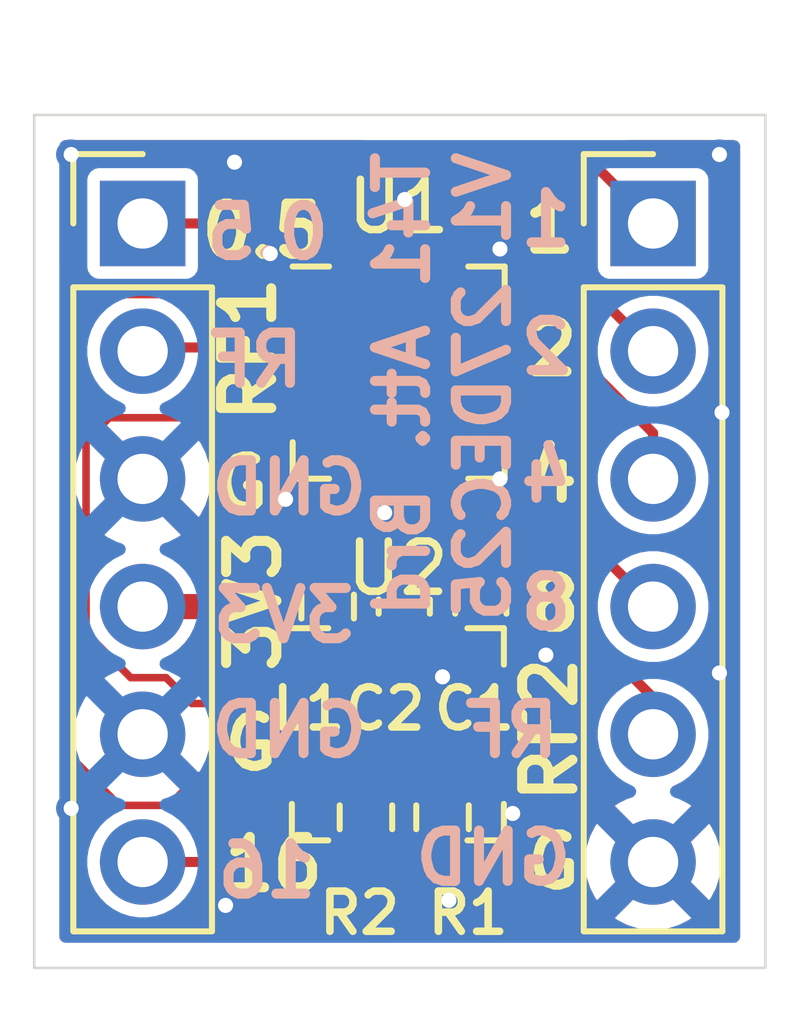
<source format=kicad_pcb>
(kicad_pcb (version 20241229) (generator "pcbnew") (generator_version "9.0")
  (layers (0 "F.Cu" signal) (2 "B.Cu" signal) (13 "F.Paste" user) (15 "B.Paste" user) (5 "F.SilkS" user "F.Silkscreen") (7 "B.SilkS" user "B.Silkscreen") (1 "F.Mask" user) (3 "B.Mask" user) (25 "Edge.Cuts" user))
  (net 0 "")
  (net 1 "+3V3")
  (net 2 "GND")
  (net 3 "/TC8")
  (net 4 "/TC16")
  (net 5 "/TC2")
  (net 6 "/TC1")
  (net 7 "Net-(J2-Pin_5)")
  (net 8 "/TC4")
  (net 9 "/TC0.5")
  (net 10 "/XDAT")
  (net 11 "/X16")
  (net 13 "Net-(J1-Pin_2)")
  (net 14 "Net-(U1-LE)")
  (net 15 "Net-(U1-RF2)")
  (net 18 "/TCB")
  (footprint "Resistor_SMD:R_0603_1608Metric" (layer "F.Cu") (at 87.503 71.12 90)
    (property "Reference" "L1" (at -2.032 -0.381 0) (layer "F.SilkS") (effects (font (size 0.8 0.8))))
    (property "Value" "FB")
    (fp_line (start -0.237258 -0.5225) (end 0.237258 -0.5225) (stroke (width 0.12)) (layer "F.SilkS"))
    (fp_line (start -0.237258 0.5225) (end 0.237258 0.5225) (stroke (width 0.12)) (layer "F.SilkS"))
    (pad "1" smd roundrect (at -0.825 0 90) (size 0.8 0.95) (layers "F.Cu" "F.Mask" "F.Paste") (net 1 "+3V3"))
    (pad "2" smd roundrect (at 0.825 0 90) (size 0.8 0.95) (layers "F.Cu" "F.Mask" "F.Paste") (net 14 "Net-(U1-LE)"))
  )
  (footprint "Connector_PinHeader_2.54mm:PinHeader_1x06_P2.54mm_Vertical" (layer "F.Cu") (at 83.82 63.5)
    (property "Reference" "J1" (hide yes))
    (property "Value" "Conn 1")
    (fp_line (start -1.38 -1.38) (end 0 -1.38) (stroke (width 0.12)) (layer "F.SilkS"))
    (fp_line (start -1.38 0) (end -1.38 -1.38) (stroke (width 0.12)) (layer "F.SilkS"))
    (fp_line (start -1.38 1.27) (end -1.38 14.08) (stroke (width 0.12)) (layer "F.SilkS"))
    (fp_line (start -1.38 1.27) (end 1.38 1.27) (stroke (width 0.12)) (layer "F.SilkS"))
    (fp_line (start -1.38 14.08) (end 1.38 14.08) (stroke (width 0.12)) (layer "F.SilkS"))
    (fp_line (start 1.38 1.27) (end 1.38 14.08) (stroke (width 0.12)) (layer "F.SilkS"))
    (pad "1" thru_hole rect (at 0 0) (size 1.7 1.7) (drill 1) (layers "*.Cu" "*.Mask") (net 9 "/TC0.5"))
    (pad "2" thru_hole circle (at 0 2.54) (size 1.7 1.7) (drill 1) (layers "*.Cu" "*.Mask") (net 13 "Net-(J1-Pin_2)"))
    (pad "3" thru_hole circle (at 0 5.08) (size 1.7 1.7) (drill 1) (layers "*.Cu" "*.Mask") (net 2 "GND"))
    (pad "4" thru_hole circle (at 0 7.62) (size 1.7 1.7) (drill 1) (layers "*.Cu" "*.Mask") (net 1 "+3V3"))
    (pad "5" thru_hole circle (at 0 10.16) (size 1.7 1.7) (drill 1) (layers "*.Cu" "*.Mask") (net 2 "GND"))
    (pad "6" thru_hole circle (at 0 12.7) (size 1.7 1.7) (drill 1) (layers "*.Cu" "*.Mask") (net 4 "/TC16"))
  )
  (footprint "Connector_PinHeader_2.54mm:PinHeader_1x06_P2.54mm_Vertical" (layer "F.Cu") (at 93.98 63.5)
    (property "Reference" "J2" (hide yes))
    (property "Value" "Conn 2")
    (fp_line (start -1.38 -1.38) (end 0 -1.379999) (stroke (width 0.12)) (layer "F.SilkS"))
    (fp_line (start -1.38 1.27) (end -1.38 14.08) (stroke (width 0.12)) (layer "F.SilkS"))
    (fp_line (start -1.38 1.27) (end 1.38 1.27) (stroke (width 0.12)) (layer "F.SilkS"))
    (fp_line (start -1.38 14.08) (end 1.38 14.08) (stroke (width 0.12)) (layer "F.SilkS"))
    (fp_line (start -1.379999 0) (end -1.38 -1.38) (stroke (width 0.12)) (layer "F.SilkS"))
    (fp_line (start 1.38 1.27) (end 1.38 14.08) (stroke (width 0.12)) (layer "F.SilkS"))
    (pad "1" thru_hole rect (at 0 0) (size 1.7 1.7) (drill 1) (layers "*.Cu" "*.Mask") (net 6 "/TC1"))
    (pad "2" thru_hole circle (at 0 2.54) (size 1.7 1.7) (drill 1) (layers "*.Cu" "*.Mask") (net 5 "/TC2"))
    (pad "3" thru_hole circle (at 0 5.079999) (size 1.7 1.7) (drill 1) (layers "*.Cu" "*.Mask") (net 8 "/TC4"))
    (pad "4" thru_hole circle (at 0 7.62) (size 1.7 1.7) (drill 1) (layers "*.Cu" "*.Mask") (net 3 "/TC8"))
    (pad "5" thru_hole circle (at 0 10.16) (size 1.7 1.7) (drill 1) (layers "*.Cu" "*.Mask") (net 7 "Net-(J2-Pin_5)"))
    (pad "6" thru_hole circle (at 0 12.7) (size 1.7 1.7) (drill 1) (layers "*.Cu" "*.Mask") (net 2 "GND"))
  )
  (footprint "Resistor_SMD:R_0603_1608Metric" (layer "F.Cu") (at 88.265 75.311 -90)
    (property "Reference" "R2" (at 1.905 0.127 180) (layer "F.SilkS") (effects (font (size 0.8 0.8))))
    (property "Value" "10k")
    (fp_line (start -0.237258 0.5225) (end 0.237258 0.5225) (stroke (width 0.12)) (layer "F.SilkS"))
    (fp_line (start -0.237258 -0.5225) (end 0.237258 -0.5225) (stroke (width 0.12)) (layer "F.SilkS"))
    (pad "1" smd roundrect (at -0.825 0 270) (size 0.8 0.95) (layers "F.Cu" "F.Mask" "F.Paste") (net 11 "/X16"))
    (pad "2" smd roundrect (at 0.825 0 270) (size 0.8 0.95) (layers "F.Cu" "F.Mask" "F.Paste") (net 4 "/TC16"))
  )
  (footprint "T41_Library:PE4312-QFN-20" (layer "F.Cu") (at 88.9 73.66)
    (property "Reference" "U2" (at 0 -3.3 0) (layer "F.SilkS"))
    (property "Value" "PE4312")
    (fp_line (start -2.11 2.11) (end -2.11 1.385) (stroke (width 0.12)) (layer "F.SilkS"))
    (fp_line (start -1.385 -2.11) (end -2.11 -2.11) (stroke (width 0.12)) (layer "F.SilkS"))
    (fp_line (start -1.385 2.11) (end -2.11 2.11) (stroke (width 0.12)) (layer "F.SilkS"))
    (fp_line (start 1.385 -2.11) (end 2.11 -2.11) (stroke (width 0.12)) (layer "F.SilkS"))
    (fp_line (start 1.385 2.11) (end 2.11 2.11) (stroke (width 0.12)) (layer "F.SilkS"))
    (fp_line (start 2.11 -2.11) (end 2.11 -1.385) (stroke (width 0.12)) (layer "F.SilkS"))
    (fp_line (start 2.11 2.11) (end 2.11 1.385) (stroke (width 0.12)) (layer "F.SilkS"))
    (pad "1" smd roundrect (at -1.95 -1) (size 0.8 0.25) (layers "F.Cu" "F.Mask" "F.Paste") (net 11 "/X16"))
    (pad "2" smd roundrect (at -1.95 -0.5) (size 0.8 0.25) (layers "F.Cu" "F.Mask" "F.Paste") (net 15 "Net-(U1-RF2)"))
    (pad "3" smd roundrect (at -1.95 0) (size 0.8 0.25) (layers "F.Cu" "F.Mask" "F.Paste") (net 10 "/XDAT"))
    (pad "4" smd roundrect (at -1.95 0.5) (size 0.8 0.25) (layers "F.Cu" "F.Mask" "F.Paste"))
    (pad "5" smd roundrect (at -1.95 1) (size 0.8 0.25) (layers "F.Cu" "F.Mask" "F.Paste") (net 14 "Net-(U1-LE)"))
    (pad "6" smd roundrect (at -1 1.95) (size 0.25 0.8) (layers "F.Cu" "F.Mask" "F.Paste") (net 14 "Net-(U1-LE)"))
    (pad "7" smd roundrect (at -0.5 1.95) (size 0.25 0.8) (layers "F.Cu" "F.Mask" "F.Paste") (net 2 "GND"))
    (pad "8" smd roundrect (at 0 1.95) (size 0.25 0.8) (layers "F.Cu" "F.Mask" "F.Paste") (net 2 "GND"))
    (pad "9" smd roundrect (at 0.5 1.95) (size 0.25 0.8) (layers "F.Cu" "F.Mask" "F.Paste") (net 14 "Net-(U1-LE)"))
    (pad "10" smd roundrect (at 1 1.95) (size 0.25 0.8) (layers "F.Cu" "F.Mask" "F.Paste") (net 2 "GND"))
    (pad "11" smd roundrect (at 1.95 1) (size 0.8 0.25) (layers "F.Cu" "F.Mask" "F.Paste") (net 2 "GND"))
    (pad "12" smd roundrect (at 1.95 0.5) (size 0.8 0.25) (layers "F.Cu" "F.Mask" "F.Paste") (net 2 "GND"))
    (pad "13" smd roundrect (at 1.95 0) (size 0.8 0.25) (layers "F.Cu" "F.Mask" "F.Paste") (net 2 "GND"))
    (pad "14" smd roundrect (at 1.95 -0.5) (size 0.8 0.25) (layers "F.Cu" "F.Mask" "F.Paste") (net 7 "Net-(J2-Pin_5)"))
    (pad "15" smd roundrect (at 1.95 -1) (size 0.8 0.25) (layers "F.Cu" "F.Mask" "F.Paste") (net 18 "/TCB"))
    (pad "16" smd roundrect (at 1 -1.95) (size 0.25 0.8) (layers "F.Cu" "F.Mask" "F.Paste") (net 8 "/TC4"))
    (pad "17" smd roundrect (at 0.5 -1.95) (size 0.25 0.8) (layers "F.Cu" "F.Mask" "F.Paste") (net 5 "/TC2"))
    (pad "18" smd roundrect (at 0 -1.95) (size 0.25 0.8) (layers "F.Cu" "F.Mask" "F.Paste") (net 2 "GND"))
    (pad "19" smd roundrect (at -0.5 -1.95) (size 0.25 0.8) (layers "F.Cu" "F.Mask" "F.Paste") (net 6 "/TC1"))
    (pad "20" smd roundrect (at -1 -1.95) (size 0.25 0.8) (layers "F.Cu" "F.Mask" "F.Paste") (net 9 "/TC0.5"))
    (pad "21" smd rect (at 0 0) (size 2.2 2.2) (layers "F.Cu" "F.Mask"))
  )
  (footprint "T41_Library:PE4312-QFN-20" (layer "F.Cu") (at 88.916 66.466)
    (property "Reference" "U1" (at 0 -3.3 0) (layer "F.SilkS"))
    (property "Value" "PE4312")
    (fp_line (start -2.11 2.11) (end -2.11 1.385) (stroke (width 0.12)) (layer "F.SilkS"))
    (fp_line (start -1.385 -2.11) (end -2.11 -2.11) (stroke (width 0.12)) (layer "F.SilkS"))
    (fp_line (start -1.385 2.11) (end -2.11 2.11) (stroke (width 0.12)) (layer "F.SilkS"))
    (fp_line (start 1.385 -2.11) (end 2.11 -2.11) (stroke (width 0.12)) (layer "F.SilkS"))
    (fp_line (start 1.385 2.11) (end 2.11 2.11) (stroke (width 0.12)) (layer "F.SilkS"))
    (fp_line (start 2.11 -2.11) (end 2.11 -1.385) (stroke (width 0.12)) (layer "F.SilkS"))
    (fp_line (start 2.11 2.11) (end 2.11 1.385) (stroke (width 0.12)) (layer "F.SilkS"))
    (pad "1" smd roundrect (at -1.95 -1) (size 0.8 0.25) (layers "F.Cu" "F.Mask" "F.Paste") (net 11 "/X16"))
    (pad "2" smd roundrect (at -1.95 -0.5) (size 0.8 0.25) (layers "F.Cu" "F.Mask" "F.Paste") (net 13 "Net-(J1-Pin_2)"))
    (pad "3" smd roundrect (at -1.95 0) (size 0.8 0.25) (layers "F.Cu" "F.Mask" "F.Paste") (net 10 "/XDAT"))
    (pad "4" smd roundrect (at -1.95 0.5) (size 0.8 0.25) (layers "F.Cu" "F.Mask" "F.Paste"))
    (pad "5" smd roundrect (at -1.95 1) (size 0.8 0.25) (layers "F.Cu" "F.Mask" "F.Paste") (net 14 "Net-(U1-LE)"))
    (pad "6" smd roundrect (at -1 1.95) (size 0.25 0.8) (layers "F.Cu" "F.Mask" "F.Paste") (net 14 "Net-(U1-LE)"))
    (pad "7" smd roundrect (at -0.5 1.95) (size 0.25 0.8) (layers "F.Cu" "F.Mask" "F.Paste") (net 2 "GND"))
    (pad "8" smd roundrect (at 0 1.95) (size 0.25 0.8) (layers "F.Cu" "F.Mask" "F.Paste") (net 2 "GND"))
    (pad "9" smd roundrect (at 0.5 1.95) (size 0.25 0.8) (layers "F.Cu" "F.Mask" "F.Paste") (net 14 "Net-(U1-LE)"))
    (pad "10" smd roundrect (at 1 1.95) (size 0.25 0.8) (layers "F.Cu" "F.Mask" "F.Paste") (net 2 "GND"))
    (pad "11" smd roundrect (at 1.95 1) (size 0.8 0.25) (layers "F.Cu" "F.Mask" "F.Paste") (net 2 "GND"))
    (pad "12" smd roundrect (at 1.95 0.5) (size 0.8 0.25) (layers "F.Cu" "F.Mask" "F.Paste") (net 2 "GND"))
    (pad "13" smd roundrect (at 1.95 0) (size 0.8 0.25) (layers "F.Cu" "F.Mask" "F.Paste") (net 2 "GND"))
    (pad "14" smd roundrect (at 1.95 -0.5) (size 0.8 0.25) (layers "F.Cu" "F.Mask" "F.Paste") (net 15 "Net-(U1-RF2)"))
    (pad "15" smd roundrect (at 1.95 -1) (size 0.8 0.25) (layers "F.Cu" "F.Mask" "F.Paste") (net 3 "/TC8"))
    (pad "16" smd roundrect (at 1 -1.95) (size 0.25 0.8) (layers "F.Cu" "F.Mask" "F.Paste") (net 8 "/TC4"))
    (pad "17" smd roundrect (at 0.5 -1.95) (size 0.25 0.8) (layers "F.Cu" "F.Mask" "F.Paste") (net 5 "/TC2"))
    (pad "18" smd roundrect (at 0 -1.95) (size 0.25 0.8) (layers "F.Cu" "F.Mask" "F.Paste") (net 2 "GND"))
    (pad "19" smd roundrect (at -0.5 -1.95) (size 0.25 0.8) (layers "F.Cu" "F.Mask" "F.Paste") (net 6 "/TC1"))
    (pad "20" smd roundrect (at -1 -1.95) (size 0.25 0.8) (layers "F.Cu" "F.Mask" "F.Paste") (net 9 "/TC0.5"))
    (pad "21" smd rect (at 0 0) (size 2.2 2.2) (layers "F.Cu" "F.Mask") (net 2 "GND"))
  )
  (footprint "Capacitor_SMD:C_0603_1608Metric" (layer "F.Cu") (at 89.027 71.12 90)
    (property "Reference" "C2" (at -2.032 -0.381 180) (layer "F.SilkS") (effects (font (size 0.8 0.8))))
    (property "Value" "10uF 50V")
    (fp_line (start -0.140581 -0.51) (end 0.140581 -0.51) (stroke (width 0.12)) (layer "F.SilkS"))
    (fp_line (start -0.140581 0.51) (end 0.140581 0.51) (stroke (width 0.12)) (layer "F.SilkS"))
    (pad "1" smd roundrect (at -0.775 0 90) (size 0.9 0.95) (layers "F.Cu" "F.Mask" "F.Paste") (net 2 "GND"))
    (pad "2" smd roundrect (at 0.775 0 90) (size 0.9 0.95) (layers "F.Cu" "F.Mask" "F.Paste") (net 14 "Net-(U1-LE)"))
  )
  (footprint "Capacitor_SMD:C_0603_1608Metric" (layer "F.Cu") (at 90.551 71.12 90)
    (property "Reference" "C1" (at -2.032 -0.127 180) (layer "F.SilkS") (effects (font (size 0.8 0.8))))
    (property "Value" "0.1uF 50V")
    (fp_line (start -0.140581 -0.51) (end 0.140581 -0.51) (stroke (width 0.12)) (layer "F.SilkS"))
    (fp_line (start -0.140581 0.51) (end 0.140581 0.51) (stroke (width 0.12)) (layer "F.SilkS"))
    (pad "1" smd roundrect (at -0.775 0 90) (size 0.9 0.95) (layers "F.Cu" "F.Mask" "F.Paste") (net 2 "GND"))
    (pad "2" smd roundrect (at 0.775 0 90) (size 0.9 0.95) (layers "F.Cu" "F.Mask" "F.Paste") (net 14 "Net-(U1-LE)"))
  )
  (footprint "Resistor_SMD:R_0603_1608Metric" (layer "F.Cu") (at 89.789 75.311 90)
    (property "Reference" "R1" (at -1.905 0.508 180) (layer "F.SilkS") (effects (font (size 0.8 0.8))))
    (property "Value" "10k")
    (fp_line (start -0.237258 -0.5225) (end 0.237258 -0.5225) (stroke (width 0.12)) (layer "F.SilkS"))
    (fp_line (start -0.237258 0.5225) (end 0.237258 0.5225) (stroke (width 0.12)) (layer "F.SilkS"))
    (pad "1" smd roundrect (at -0.825 0 90) (size 0.8 0.95) (layers "F.Cu" "F.Mask" "F.Paste") (net 2 "GND"))
    (pad "2" smd roundrect (at 0.825 0 90) (size 0.8 0.95) (layers "F.Cu" "F.Mask" "F.Paste") (net 10 "/XDAT"))
  )
  (gr_rect (start 81.661 61.341) (end 96.2152 78.3082) (stroke (width 0.05)) (fill no) (layer "Edge.Cuts"))
  (gr_text "4" (at 91.3638 69.088 0) (layer "F.SilkS") (effects (font (size 1 1) (thickness 0.2) (bold yes)) (justify left bottom)))
  (gr_text "G" (at 85.344 74.422 0) (layer "F.SilkS") (effects (font (size 1 1) (thickness 0.2) (bold yes)) (justify left bottom)))
  (gr_text "RF2" (at 92.5068 75.1078 90) (layer "F.SilkS") (effects (font (size 1 1) (thickness 0.2) (bold yes)) (justify left bottom)))
  (gr_text "0.5" (at 84.8868 64.2366 0) (layer "F.SilkS") (effects (font (size 1 1) (thickness 0.2) (bold yes)) (justify left bottom)))
  (gr_text "3V3" (at 86.614 72.517 90) (layer "F.SilkS") (effects (font (size 1 1) (thickness 0.2) (bold yes)) (justify left bottom)))
  (gr_text "G" (at 91.3638 76.7842 0) (layer "F.SilkS") (effects (font (size 1 1) (thickness 0.2) (bold yes)) (justify left bottom)))
  (gr_text "2" (at 91.3638 66.5734 0) (layer "F.SilkS") (effects (font (size 1 1) (thickness 0.2) (bold yes)) (justify left bottom)))
  (gr_text "8" (at 91.4146 71.6534 0) (layer "F.SilkS") (effects (font (size 1 1) (thickness 0.2) (bold yes)) (justify left bottom)))
  (gr_text "1" (at 91.313 64.135 0) (layer "F.SilkS") (effects (font (size 1 1) (thickness 0.2) (bold yes)) (justify left bottom)))
  (gr_text "16" (at 85.344 76.835 0) (layer "F.SilkS") (effects (font (size 1 1) (thickness 0.2) (bold yes)) (justify left bottom)))
  (gr_text "G" (at 85.1662 69.2658 0) (layer "F.SilkS") (effects (font (size 1 1) (thickness 0.2) (bold yes)) (justify left bottom)))
  (gr_text "RF1" (at 86.5124 67.5386 90) (layer "F.SilkS") (effects (font (size 1 1) (thickness 0.2) (bold yes)) (justify left bottom)))
  (gr_text "T41 Att. Brd\nV1 27DEC25" (at 91.186 61.976 90) (layer "B.SilkS") (effects (font (size 1 1) (thickness 0.2) (bold yes)) (justify left bottom mirror)))
  (gr_text "RF" (at 92.202 74.168 0) (layer "B.SilkS") (effects (font (size 1 1) (thickness 0.2) (bold yes)) (justify left bottom mirror)))
  (gr_text "GND" (at 88.392 69.342 0) (layer "B.SilkS") (effects (font (size 1 1) (thickness 0.2) (bold yes)) (justify left bottom mirror)))
  (gr_text "GND" (at 92.456 76.708 0) (layer "B.SilkS") (effects (font (size 1 1) (thickness 0.2) (bold yes)) (justify left bottom mirror)))
  (gr_text "4" (at 92.456 69.088 0) (layer "B.SilkS") (effects (font (size 1 1) (thickness 0.2) (bold yes)) (justify left bottom mirror)))
  (gr_text "2" (at 92.456 66.548 0) (layer "B.SilkS") (effects (font (size 1 1) (thickness 0.2) (bold yes)) (justify left bottom mirror)))
  (gr_text "3V3" (at 88.138 71.882 0) (layer "B.SilkS") (effects (font (size 1 1) (thickness 0.2) (bold yes)) (justify left bottom mirror)))
  (gr_text "8" (at 92.456 71.628 0) (layer "B.SilkS") (effects (font (size 1 1) (thickness 0.2) (bold yes)) (justify left bottom mirror)))
  (gr_text "RF" (at 87.122 66.802 0) (layer "B.SilkS") (effects (font (size 1 1) (thickness 0.2) (bold yes)) (justify left bottom mirror)))
  (gr_text "16" (at 87.376 76.962 0) (layer "B.SilkS") (effects (font (size 1 1) (thickness 0.2) (bold yes)) (justify left bottom mirror)))
  (gr_text "0.5" (at 87.63 64.262 0) (layer "B.SilkS") (effects (font (size 1 1) (thickness 0.2) (bold yes)) (justify left bottom mirror)))
  (gr_text "1" (at 92.456 64.008 0) (layer "B.SilkS") (effects (font (size 1 1) (thickness 0.2) (bold yes)) (justify left bottom mirror)))
  (gr_text "GND" (at 88.392 74.168 0) (layer "B.SilkS") (effects (font (size 1 1) (thickness 0.2) (bold yes)) (justify left bottom mirror)))
  (segment (start 86.678 71.12) (end 87.503 71.945) (width 0.5) (layer "F.Cu") (net 1))
  (segment (start 83.82 71.12) (end 86.678 71.12) (width 0.5) (layer "F.Cu") (net 1))
  (segment (start 90.866 67.466) (end 90.866 68.514) (width 0.2) (layer "F.Cu") (net 2))
  (segment (start 88.916 68.974164) (end 88.637393 69.252771) (width 0.2) (layer "F.Cu") (net 2))
  (segment (start 90.411 71.895) (end 89.789 72.517) (width 0.2) (layer "F.Cu") (net 2))
  (segment (start 88.916 66.466) (end 86.55 64.1) (width 0.2) (layer "F.Cu") (net 2))
  (segment (start 88.916 66.466) (end 90.932 64.45) (width 0.2) (layer "F.Cu") (net 2))
  (segment (start 86.55 64.1) (end 86.36 64.1) (width 0.2) (layer "F.Cu") (net 2))
  (segment (start 89.789 76.835) (end 89.916 76.962) (width 0.2) (layer "F.Cu") (net 2))
  (segment (start 88.916 64.516) (end 88.916 63.143471) (width 0.2) (layer "F.Cu") (net 2))
  (segment (start 90.866 66.466) (end 90.866 67.466) (width 0.2) (layer "F.Cu") (net 2))
  (segment (start 89.027 71.895) (end 89.167 71.895) (width 0.2) (layer "F.Cu") (net 2))
  (segment (start 88.916 63.143471) (end 89.036171 63.0233) (width 0.2) (layer "F.Cu") (net 2))
  (segment (start 88.416 69.031378) (end 88.637393 69.252771) (width 0.2) (layer "F.Cu") (net 2))
  (segment (start 90.768 68.416) (end 90.932 68.58) (width 0.2) (layer "F.Cu") (net 2))
  (segment (start 89.789 76.136) (end 89.789 76.835) (width 0.2) (layer "F.Cu") (net 2))
  (segment (start 90.866 68.514) (end 90.932 68.58) (width 0.2) (layer "F.Cu") (net 2))
  (segment (start 88.416 68.416) (end 88.416 69.031378) (width 0.2) (layer "F.Cu") (net 2))
  (segment (start 89.167 71.895) (end 89.789 72.517) (width 0.2) (layer "F.Cu") (net 2))
  (segment (start 90.932 64.45) (end 90.932 64.008) (width 0.2) (layer "F.Cu") (net 2))
  (segment (start 88.916 66.564) (end 90.932 68.58) (width 0.2) (layer "F.Cu") (net 2))
  (segment (start 90.551 71.895) (end 90.411 71.895) (width 0.2) (layer "F.Cu") (net 2))
  (segment (start 90.866 66.466) (end 90.866 68.514) (width 0.2) (layer "F.Cu") (net 2))
  (segment (start 88.916 66.466) (end 88.916 66.564) (width 0.2) (layer "F.Cu") (net 2))
  (segment (start 88.916 68.416) (end 88.916 68.974164) (width 0.2) (layer "F.Cu") (net 2))
  (segment (start 89.027 71.895) (end 90.551 71.895) (width 0.2) (layer "F.Cu") (net 2))
  (segment (start 89.916 68.416) (end 90.768 68.416) (width 0.2) (layer "F.Cu") (net 2))
  (via (at 91.8464 72.0852) (size 0.6) (drill 0.3) (layers "F.Cu" "B.Cu") (net 2))
  (via (at 95.3008 72.4408) (size 0.6) (drill 0.3) (layers "F.Cu" "B.Cu") (net 2))
  (via (at 85.471 77.0636) (size 0.6) (drill 0.3) (layers "F.Cu" "B.Cu") (net 2))
  (via (at 85.6488 62.2808) (size 0.6) (drill 0.3) (layers "F.Cu" "B.Cu") (net 2))
  (via (at 89.916 76.962) (size 0.6) (drill 0.3) (layers "F.Cu" "B.Cu") (net 2))
  (via (at 95.3008 62.1284) (size 0.6) (drill 0.3) (layers "F.Cu" "B.Cu") (net 2))
  (via (at 91.186 75.2348) (size 0.6) (drill 0.3) (layers "F.Cu" "B.Cu") (net 2))
  (via (at 89.036171 63.0233) (size 0.6) (drill 0.3) (layers "F.Cu" "B.Cu") (net 2))
  (via (at 86.36 64.1) (size 0.6) (drill 0.3) (layers "F.Cu" "B.Cu") (net 2))
  (via (at 90.932 64.008) (size 0.6) (drill 0.3) (layers "F.Cu" "B.Cu") (net 2))
  (via (at 86.6648 68.9864) (size 0.6) (drill 0.3) (layers "F.Cu" "B.Cu") (net 2))
  (via (at 95.3516 67.2592) (size 0.6) (drill 0.3) (layers "F.Cu" "B.Cu") (net 2))
  (via (at 89.789 72.517) (size 0.6) (drill 0.3) (layers "F.Cu" "B.Cu") (net 2))
  (via (at 82.3976 75.1332) (size 0.6) (drill 0.3) (layers "F.Cu" "B.Cu") (net 2))
  (via (at 90.932 68.58) (size 0.6) (drill 0.3) (layers "F.Cu" "B.Cu") (net 2))
  (via (at 82.3976 62.1284) (size 0.6) (drill 0.3) (layers "F.Cu" "B.Cu") (net 2))
  (via (at 88.637393 69.252771) (size 0.6) (drill 0.3) (layers "F.Cu" "B.Cu") (net 2))
  (segment (start 90.866 65.466) (end 91.348898 65.466) (width 0.2) (layer "F.Cu") (net 3))
  (segment (start 92.456 69.596) (end 93.98 71.12) (width 0.2) (layer "F.Cu") (net 3))
  (segment (start 92.095 66.695) (end 92.456 67.056) (width 0.2) (layer "F.Cu") (net 3))
  (segment (start 91.348898 65.466) (end 92.095 66.212102) (width 0.2) (layer "F.Cu") (net 3))
  (segment (start 92.456 67.056) (end 92.456 69.596) (width 0.2) (layer "F.Cu") (net 3))
  (segment (start 92.095 66.212102) (end 92.095 66.695) (width 0.2) (layer "F.Cu") (net 3))
  (segment (start 87.439 76.2) (end 87.503 76.136) (width 0.2) (layer "F.Cu") (net 4))
  (segment (start 87.503 76.136) (end 88.265 76.136) (width 0.2) (layer "F.Cu") (net 4))
  (segment (start 83.82 76.2) (end 87.439 76.2) (width 0.2) (layer "F.Cu") (net 4))
  (segment (start 92.202 63.5) (end 92.202 64.262) (width 0.2) (layer "F.Cu") (net 5))
  (segment (start 91.694 62.992) (end 92.202 63.5) (width 0.2) (layer "F.Cu") (net 5))
  (segment (start 92.202 64.262) (end 93.98 66.04) (width 0.2) (layer "F.Cu") (net 5))
  (segment (start 89.416 63.492) (end 89.916 62.992) (width 0.2) (layer "F.Cu") (net 5))
  (segment (start 89.416 64.516) (end 89.416 63.492) (width 0.2) (layer "F.Cu") (net 5))
  (segment (start 89.916 62.992) (end 91.694 62.992) (width 0.2) (layer "F.Cu") (net 5))
  (segment (start 88.416 64.516) (end 88.416 62.793528) (width 0.2) (layer "F.Cu") (net 6))
  (segment (start 92.9023 62.4223) (end 93.98 63.5) (width 0.2) (layer "F.Cu") (net 6))
  (segment (start 88.416 62.793528) (end 88.787228 62.4223) (width 0.2) (layer "F.Cu") (net 6))
  (segment (start 88.787228 62.4223) (end 92.9023 62.4223) (width 0.2) (layer "F.Cu") (net 6))
  (segment (start 91.281798 65.966) (end 91.694 66.378202) (width 0.2) (layer "F.Cu") (net 7))
  (segment (start 91.694 66.378202) (end 91.694 70.64389) (width 0.2) (layer "F.Cu") (net 7))
  (segment (start 91.694 70.64389) (end 93.98 72.92989) (width 0.2) (layer "F.Cu") (net 7))
  (segment (start 90.866 65.966) (end 91.281798 65.966) (width 0.2) (layer "F.Cu") (net 7))
  (segment (start 93.98 72.92989) (end 93.98 73.66) (width 0.2) (layer "F.Cu") (net 7))
  (segment (start 90.531 63.393) (end 91.333 63.393) (width 0.2) (layer "F.Cu") (net 8))
  (segment (start 91.694 63.754) (end 91.694 64.516) (width 0.2) (layer "F.Cu") (net 8))
  (segment (start 91.333 63.393) (end 91.694 63.754) (width 0.2) (layer "F.Cu") (net 8))
  (segment (start 91.694 64.516) (end 92.71 65.532) (width 0.2) (layer "F.Cu") (net 8))
  (segment (start 93.98 67.66776) (end 93.98 68.579999) (width 0.2) (layer "F.Cu") (net 8))
  (segment (start 92.71 65.532) (end 92.71 66.39776) (width 0.2) (layer "F.Cu") (net 8))
  (segment (start 89.916 64.516) (end 89.916 64.008) (width 0.2) (layer "F.Cu") (net 8))
  (segment (start 92.71 66.39776) (end 93.98 67.66776) (width 0.2) (layer "F.Cu") (net 8))
  (segment (start 89.916 64.008) (end 90.531 63.393) (width 0.2) (layer "F.Cu") (net 8))
  (segment (start 86.9 63.5) (end 87.916 64.516) (width 0.2) (layer "F.Cu") (net 9))
  (segment (start 83.82 63.5) (end 86.9 63.5) (width 0.2) (layer "F.Cu") (net 9))
  (segment (start 82.694 71.645) (end 82.694 67.825595) (width 0.15) (layer "F.Cu") (net 10))
  (segment (start 89.789 73.724) (end 89.113 73.048) (width 0.15) (layer "F.Cu") (net 10))
  (segment (start 82.694 67.825595) (end 83.155923 67.363672) (width 0.15) (layer "F.Cu") (net 10))
  (segment (start 83.583 72.534) (end 82.694 71.645) (width 0.15) (layer "F.Cu") (net 10))
  (segment (start 89.789 73.724) (end 89.789 74.486) (width 0.15) (layer "F.Cu") (net 10))
  (segment (start 85.687884 67.363672) (end 86.585556 66.466) (width 0.15) (layer "F.Cu") (net 10))
  (segment (start 86.585556 66.466) (end 86.966 66.466) (width 0.15) (layer "F.Cu") (net 10))
  (segment (start 84.800405 73.048) (end 84.286405 72.534) (width 0.15) (layer "F.Cu") (net 10))
  (segment (start 84.286405 72.534) (end 83.583 72.534) (width 0.15) (layer "F.Cu") (net 10))
  (segment (start 83.155923 67.363672) (end 85.687884 67.363672) (width 0.15) (layer "F.Cu") (net 10))
  (segment (start 89.113 73.048) (end 84.800405 73.048) (width 0.15) (layer "F.Cu") (net 10))
  (segment (start 84.933 74.486) (end 88.265 74.486) (width 0.15) (layer "F.Cu") (net 11))
  (segment (start 82.237 73.957405) (end 83.353595 75.074) (width 0.15) (layer "F.Cu") (net 11))
  (segment (start 83.353595 75.074) (end 84.345 75.074) (width 0.15) (layer "F.Cu") (net 11))
  (segment (start 82.237 65.337) (end 82.66 64.914) (width 0.15) (layer "F.Cu") (net 11))
  (segment (start 86.966 65.466) (end 86.414 64.914) (width 0.15) (layer "F.Cu") (net 11))
  (segment (start 84.345 75.074) (end 84.933 74.486) (width 0.15) (layer "F.Cu") (net 11))
  (segment (start 82.66 64.914) (end 86.414 64.914) (width 0.15) (layer "F.Cu") (net 11))
  (segment (start 82.237 65.337) (end 82.237 73.957405) (width 0.15) (layer "F.Cu") (net 11))
  (segment (start 83.894 65.966) (end 83.82 66.04) (width 0.2) (layer "F.Cu") (net 13))
  (segment (start 86.966 65.966) (end 83.894 65.966) (width 0.2) (layer "F.Cu") (net 13))
  (segment (start 87.916 69.882) (end 87.503 70.295) (width 0.2) (layer "F.Cu") (net 14))
  (segment (start 86.966 67.466) (end 87.916 68.416) (width 0.2) (layer "F.Cu") (net 14))
  (segment (start 87.916 68.416) (end 87.916 69.882) (width 0.2) (layer "F.Cu") (net 14))
  (segment (start 87.553 70.345) (end 87.503 70.295) (width 0.2) (layer "F.Cu") (net 14))
  (segment (start 89.416 68.416) (end 89.416 69.956) (width 0.2) (layer "F.Cu") (net 14))
  (segment (start 89.027 70.345) (end 87.553 70.345) (width 0.2) (layer "F.Cu") (net 14))
  (segment (start 90.551 70.345) (end 89.027 70.345) (width 0.2) (layer "F.Cu") (net 14))
  (segment (start 89.416 69.956) (end 89.027 70.345) (width 0.2) (layer "F.Cu") (net 14))
  (zone (net 0) (net_name "") (layer "F.Cu") (connect_pads (clearance 0)) (min_thickness 0.25)
    (keepout (tracks allowed) (vias allowed) (pads allowed) (copperpour not_allowed) (footprints allowed))
    (fill (thermal_gap 0.5) (thermal_bridge_width 0.5))
    (polygon (pts (xy 87.376 64.9224) (xy 91.2622 64.9224) (xy 91.2876 68.0212) (xy 87.3506 68.0212)))
  )
  (zone (net 2) (net_name "GND") (layer "F.Cu") (connect_pads (clearance 0.5)) (min_thickness 0.25) (fill yes (thermal_gap 0.5) (thermal_bridge_width 0.5))
    (polygon (pts (xy 81.28 59.055) (xy 96.266 59.055) (xy 96.266 79.248) (xy 81.28 79.248)))
  )
  (zone (net 2) (net_name "GND") (layer "B.Cu") (priority 1) (connect_pads (clearance 0.25)) (min_thickness 0.25) (fill yes (thermal_gap 0.5) (thermal_bridge_width 0.5))
    (polygon (pts (xy 81.28 59.055) (xy 96.266 59.055) (xy 96.266 79.248) (xy 81.28 79.248)))
  )
)
</source>
